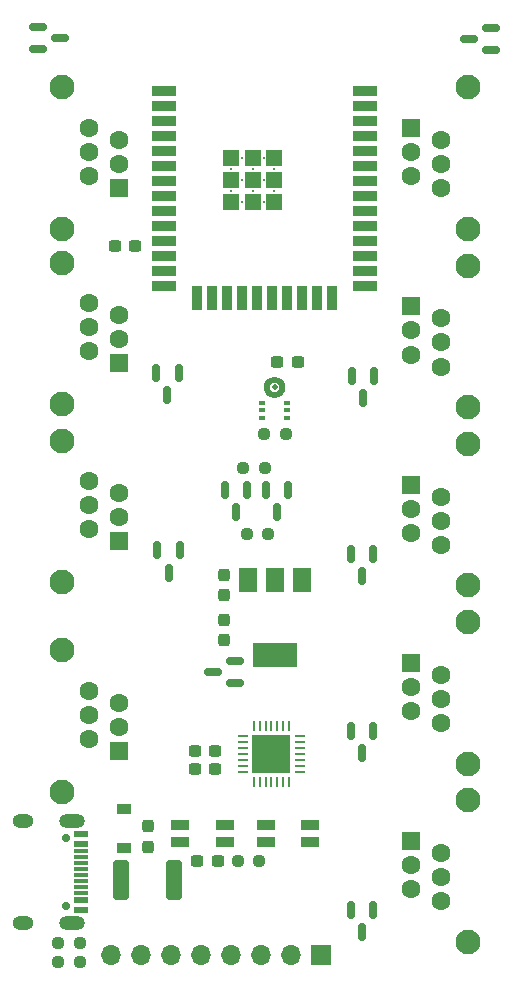
<source format=gbr>
%TF.GenerationSoftware,KiCad,Pcbnew,(6.0.0-0)*%
%TF.CreationDate,2022-03-11T16:11:59+01:00*%
%TF.ProjectId,GlowHubPCB,476c6f77-4875-4625-9043-422e6b696361,rev?*%
%TF.SameCoordinates,Original*%
%TF.FileFunction,Soldermask,Top*%
%TF.FilePolarity,Negative*%
%FSLAX46Y46*%
G04 Gerber Fmt 4.6, Leading zero omitted, Abs format (unit mm)*
G04 Created by KiCad (PCBNEW (6.0.0-0)) date 2022-03-11 16:11:59*
%MOMM*%
%LPD*%
G01*
G04 APERTURE LIST*
G04 Aperture macros list*
%AMRoundRect*
0 Rectangle with rounded corners*
0 $1 Rounding radius*
0 $2 $3 $4 $5 $6 $7 $8 $9 X,Y pos of 4 corners*
0 Add a 4 corners polygon primitive as box body*
4,1,4,$2,$3,$4,$5,$6,$7,$8,$9,$2,$3,0*
0 Add four circle primitives for the rounded corners*
1,1,$1+$1,$2,$3*
1,1,$1+$1,$4,$5*
1,1,$1+$1,$6,$7*
1,1,$1+$1,$8,$9*
0 Add four rect primitives between the rounded corners*
20,1,$1+$1,$2,$3,$4,$5,0*
20,1,$1+$1,$4,$5,$6,$7,0*
20,1,$1+$1,$6,$7,$8,$9,0*
20,1,$1+$1,$8,$9,$2,$3,0*%
G04 Aperture macros list end*
%ADD10C,0.500000*%
%ADD11RoundRect,0.250000X-0.400000X-1.450000X0.400000X-1.450000X0.400000X1.450000X-0.400000X1.450000X0*%
%ADD12R,1.700000X1.700000*%
%ADD13O,1.700000X1.700000*%
%ADD14RoundRect,0.150000X-0.587500X-0.150000X0.587500X-0.150000X0.587500X0.150000X-0.587500X0.150000X0*%
%ADD15RoundRect,0.237500X-0.250000X-0.237500X0.250000X-0.237500X0.250000X0.237500X-0.250000X0.237500X0*%
%ADD16R,1.500000X0.900000*%
%ADD17RoundRect,0.237500X-0.300000X-0.237500X0.300000X-0.237500X0.300000X0.237500X-0.300000X0.237500X0*%
%ADD18RoundRect,0.237500X0.250000X0.237500X-0.250000X0.237500X-0.250000X-0.237500X0.250000X-0.237500X0*%
%ADD19C,2.100000*%
%ADD20R,1.600000X1.600000*%
%ADD21C,1.600000*%
%ADD22R,1.500000X2.000000*%
%ADD23R,3.800000X2.000000*%
%ADD24RoundRect,0.150000X-0.150000X0.587500X-0.150000X-0.587500X0.150000X-0.587500X0.150000X0.587500X0*%
%ADD25RoundRect,0.150000X0.587500X0.150000X-0.587500X0.150000X-0.587500X-0.150000X0.587500X-0.150000X0*%
%ADD26C,0.500000*%
%ADD27R,0.600000X0.400000*%
%ADD28C,0.700000*%
%ADD29R,1.300000X0.600000*%
%ADD30R,1.300000X0.300000*%
%ADD31O,2.200000X1.200000*%
%ADD32O,1.800000X1.200000*%
%ADD33RoundRect,0.237500X-0.237500X0.300000X-0.237500X-0.300000X0.237500X-0.300000X0.237500X0.300000X0*%
%ADD34RoundRect,0.237500X0.300000X0.237500X-0.300000X0.237500X-0.300000X-0.237500X0.300000X-0.237500X0*%
%ADD35RoundRect,0.237500X0.237500X-0.300000X0.237500X0.300000X-0.237500X0.300000X-0.237500X-0.300000X0*%
%ADD36R,1.200000X0.900000*%
%ADD37R,0.900000X0.250000*%
%ADD38R,0.250000X0.900000*%
%ADD39R,3.250000X3.250000*%
%ADD40C,0.300000*%
%ADD41R,1.330000X1.330000*%
%ADD42R,2.000000X0.900000*%
%ADD43R,0.900000X2.000000*%
G04 APERTURE END LIST*
D10*
%TO.C,MK1*%
X76243200Y-83324000D02*
G75*
G03*
X76243200Y-83324000I-670000J0D01*
G01*
%TD*%
D11*
%TO.C,F1*%
X62576000Y-125024600D03*
X67026000Y-125024600D03*
%TD*%
D12*
%TO.C,J1*%
X79471000Y-131414600D03*
D13*
X76931000Y-131414600D03*
X74391000Y-131414600D03*
X71851000Y-131414600D03*
X69311000Y-131414600D03*
X66771000Y-131414600D03*
X64231000Y-131414600D03*
X61691000Y-131414600D03*
%TD*%
D14*
%TO.C,Q4*%
X55533500Y-52784600D03*
X55533500Y-54684600D03*
X57408500Y-53734600D03*
%TD*%
D15*
%TO.C,R17*%
X72933500Y-90184300D03*
X74758500Y-90184300D03*
%TD*%
D16*
%TO.C,SW2*%
X71381000Y-120344600D03*
X67581000Y-120344600D03*
X67581000Y-121844600D03*
X71381000Y-121844600D03*
%TD*%
D17*
%TO.C,C19*%
X75801800Y-81190400D03*
X77526800Y-81190400D03*
%TD*%
D18*
%TO.C,R2*%
X59103500Y-130364600D03*
X57278500Y-130364600D03*
%TD*%
D19*
%TO.C,RJ1*%
X91981600Y-130263200D03*
X91981600Y-118274400D03*
D20*
X87133671Y-121718749D03*
D21*
X89673676Y-122738815D03*
X87133671Y-123758881D03*
X89673676Y-124778693D03*
X87133671Y-125798759D03*
X89673676Y-126818825D03*
%TD*%
D22*
%TO.C,U6*%
X77924000Y-99655800D03*
X75624000Y-99655800D03*
X73324000Y-99655800D03*
D23*
X75624000Y-105955800D03*
%TD*%
D24*
%TO.C,Q3*%
X73246600Y-91990000D03*
X71346600Y-91990000D03*
X72296600Y-93865000D03*
%TD*%
D19*
%TO.C,RJ9*%
X57590000Y-105574400D03*
X57590000Y-117563200D03*
D20*
X62437929Y-114118851D03*
D21*
X59897924Y-113098785D03*
X62437929Y-112078719D03*
X59897924Y-111058907D03*
X62437929Y-110038841D03*
X59897924Y-109018775D03*
%TD*%
D25*
%TO.C,Q5*%
X72268900Y-108353200D03*
X72268900Y-106453200D03*
X70393900Y-107403200D03*
%TD*%
D24*
%TO.C,Q1*%
X83931000Y-97397100D03*
X82031000Y-97397100D03*
X82981000Y-99272100D03*
%TD*%
D26*
%TO.C,MK1*%
X75573200Y-83324000D03*
D27*
X76648200Y-85899000D03*
X76648200Y-85249000D03*
X76648200Y-84599000D03*
X74498200Y-84599000D03*
X74498200Y-85249000D03*
X74498200Y-85899000D03*
%TD*%
D28*
%TO.C,USB1*%
X57943500Y-121464600D03*
X57943500Y-127244600D03*
D29*
X59183500Y-121154600D03*
X59183500Y-121954600D03*
D30*
X59183500Y-123104600D03*
X59183500Y-124104600D03*
X59183500Y-124604600D03*
X59183500Y-125604600D03*
D29*
X59183500Y-127554600D03*
X59183500Y-126754600D03*
D30*
X59183500Y-126104600D03*
X59183500Y-125104600D03*
X59183500Y-123604600D03*
X59183500Y-122604600D03*
D31*
X58443500Y-120034600D03*
X58443500Y-128674600D03*
D32*
X54263500Y-128674600D03*
X54263500Y-120034600D03*
%TD*%
D19*
%TO.C,RJ7*%
X57590000Y-72750000D03*
X57590000Y-84738800D03*
D20*
X62437929Y-81294451D03*
D21*
X59897924Y-80274385D03*
X62437929Y-79254319D03*
X59897924Y-78234507D03*
X62437929Y-77214441D03*
X59897924Y-76194375D03*
%TD*%
D33*
%TO.C,C17*%
X71255200Y-102984700D03*
X71255200Y-104709700D03*
%TD*%
D34*
%TO.C,C20*%
X70560500Y-115607400D03*
X68835500Y-115607400D03*
%TD*%
D18*
%TO.C,R1*%
X59093500Y-131949000D03*
X57268500Y-131949000D03*
%TD*%
%TO.C,R18*%
X75063300Y-95746900D03*
X73238300Y-95746900D03*
%TD*%
D15*
%TO.C,R16*%
X74685000Y-87272000D03*
X76510000Y-87272000D03*
%TD*%
%TO.C,R20*%
X72456000Y-123444600D03*
X74281000Y-123444600D03*
%TD*%
D24*
%TO.C,Q9*%
X83941000Y-112437100D03*
X82041000Y-112437100D03*
X82991000Y-114312100D03*
%TD*%
D16*
%TO.C,SW1*%
X78620000Y-120344600D03*
X74820000Y-120344600D03*
X74820000Y-121844600D03*
X78620000Y-121844600D03*
%TD*%
D35*
%TO.C,C16*%
X71255200Y-100899700D03*
X71255200Y-99174700D03*
%TD*%
D17*
%TO.C,C15*%
X68835500Y-114108800D03*
X70560500Y-114108800D03*
%TD*%
D19*
%TO.C,RJ4*%
X91981600Y-85000400D03*
X91981600Y-73011600D03*
D20*
X87133671Y-76455949D03*
D21*
X89673676Y-77476015D03*
X87133671Y-78496081D03*
X89673676Y-79515893D03*
X87133671Y-80535959D03*
X89673676Y-81556025D03*
%TD*%
D36*
%TO.C,D9*%
X62797000Y-119012000D03*
X62797000Y-122312000D03*
%TD*%
D24*
%TO.C,Q6*%
X83931000Y-127587100D03*
X82031000Y-127587100D03*
X82981000Y-129462100D03*
%TD*%
D37*
%TO.C,U5*%
X72911387Y-112862801D03*
X72911387Y-113362801D03*
X72911387Y-113862801D03*
X72911387Y-114362801D03*
X72911387Y-114862800D03*
X72911387Y-115362800D03*
X72911387Y-115862800D03*
D38*
X73811401Y-116762814D03*
X74311401Y-116762814D03*
X74811401Y-116762814D03*
X75311401Y-116762814D03*
X75811400Y-116762814D03*
X76311400Y-116762814D03*
X76811400Y-116762814D03*
D37*
X77711414Y-115862800D03*
X77711414Y-115362800D03*
X77711414Y-114862800D03*
X77711414Y-114362801D03*
X77711414Y-113862801D03*
X77711414Y-113362801D03*
X77711414Y-112862801D03*
D38*
X76811400Y-111962787D03*
X76311400Y-111962787D03*
X75811400Y-111962787D03*
X75311401Y-111962787D03*
X74811401Y-111962787D03*
X74311401Y-111962787D03*
X73811401Y-111962787D03*
D39*
X75311400Y-114362800D03*
%TD*%
D19*
%TO.C,RJ2*%
X91981600Y-115175600D03*
X91981600Y-103186800D03*
D20*
X87133671Y-106631149D03*
D21*
X89673676Y-107651215D03*
X87133671Y-108671281D03*
X89673676Y-109691093D03*
X87133671Y-110711159D03*
X89673676Y-111731225D03*
%TD*%
D34*
%TO.C,C5*%
X63783500Y-71344600D03*
X62058500Y-71344600D03*
%TD*%
D19*
%TO.C,RJ6*%
X57590000Y-57898600D03*
X57590000Y-69887400D03*
D20*
X62437929Y-66443051D03*
D21*
X59897924Y-65422985D03*
X62437929Y-64402919D03*
X59897924Y-63383107D03*
X62437929Y-62363041D03*
X59897924Y-61342975D03*
%TD*%
D19*
%TO.C,RJ3*%
X91981600Y-100088000D03*
X91981600Y-88099200D03*
D20*
X87133671Y-91543549D03*
D21*
X89673676Y-92563615D03*
X87133671Y-93583681D03*
X89673676Y-94603493D03*
X87133671Y-95623559D03*
X89673676Y-96643625D03*
%TD*%
D24*
%TO.C,Q2*%
X76726400Y-91990000D03*
X74826400Y-91990000D03*
X75776400Y-93865000D03*
%TD*%
D21*
%TO.C,RJ5*%
X89673676Y-66468425D03*
X87133671Y-65448359D03*
X89673676Y-64428293D03*
X87133671Y-63408481D03*
X89673676Y-62388415D03*
D20*
X87133671Y-61368349D03*
D19*
X91981600Y-57924000D03*
X91981600Y-69912800D03*
%TD*%
D34*
%TO.C,C18*%
X70763500Y-123414600D03*
X69038500Y-123414600D03*
%TD*%
D40*
%TO.C,U2*%
X74645000Y-67596650D03*
X72810000Y-67596650D03*
X75562500Y-66679150D03*
X73727500Y-66679150D03*
X71892500Y-66679150D03*
X74645000Y-65761650D03*
X72810000Y-65761650D03*
X75562500Y-64844150D03*
X73727500Y-64844150D03*
X71892500Y-64844150D03*
X74645000Y-63926650D03*
X72810000Y-63926650D03*
D41*
X75562500Y-67596650D03*
X73727500Y-67596650D03*
X71892500Y-67596650D03*
X75562500Y-65761650D03*
X73727500Y-65761650D03*
X71892500Y-65761650D03*
X75562500Y-63926650D03*
X73727500Y-63926650D03*
X71892500Y-63926650D03*
D42*
X83227500Y-58261650D03*
X83227500Y-59531650D03*
X83227500Y-60801650D03*
X83227500Y-62071650D03*
X83227500Y-63341650D03*
X83227500Y-64611650D03*
X83227500Y-65881650D03*
X83227500Y-67151650D03*
X83227500Y-68421650D03*
X83227500Y-69691650D03*
X83227500Y-70961650D03*
X83227500Y-72231650D03*
X83227500Y-73501650D03*
X83227500Y-74771650D03*
D43*
X80442500Y-75771650D03*
X79172500Y-75771650D03*
X77902500Y-75771650D03*
X76632500Y-75771650D03*
X75362500Y-75771650D03*
X74092500Y-75771650D03*
X72822500Y-75771650D03*
X71552500Y-75771650D03*
X70282500Y-75771650D03*
X69012500Y-75771650D03*
D42*
X66227500Y-74771650D03*
X66227500Y-73501650D03*
X66227500Y-72231650D03*
X66227500Y-70961650D03*
X66227500Y-69691650D03*
X66227500Y-68421650D03*
X66227500Y-67151650D03*
X66227500Y-65881650D03*
X66227500Y-64611650D03*
X66227500Y-63341650D03*
X66227500Y-62071650D03*
X66227500Y-60801650D03*
X66227500Y-59531650D03*
X66227500Y-58261650D03*
%TD*%
D35*
%TO.C,C1*%
X64851000Y-122217100D03*
X64851000Y-120492100D03*
%TD*%
D25*
%TO.C,Q10*%
X93898500Y-54774600D03*
X93898500Y-52874600D03*
X92023500Y-53824600D03*
%TD*%
D24*
%TO.C,Q8*%
X67461000Y-82067100D03*
X65561000Y-82067100D03*
X66511000Y-83942100D03*
%TD*%
%TO.C,Q7*%
X84031000Y-82317100D03*
X82131000Y-82317100D03*
X83081000Y-84192100D03*
%TD*%
%TO.C,Q11*%
X67561000Y-97117100D03*
X65661000Y-97117100D03*
X66611000Y-98992100D03*
%TD*%
D19*
%TO.C,RJ8*%
X57590000Y-87819800D03*
X57590000Y-99808600D03*
D20*
X62437929Y-96364251D03*
D21*
X59897924Y-95344185D03*
X62437929Y-94324119D03*
X59897924Y-93304307D03*
X62437929Y-92284241D03*
X59897924Y-91264175D03*
%TD*%
M02*

</source>
